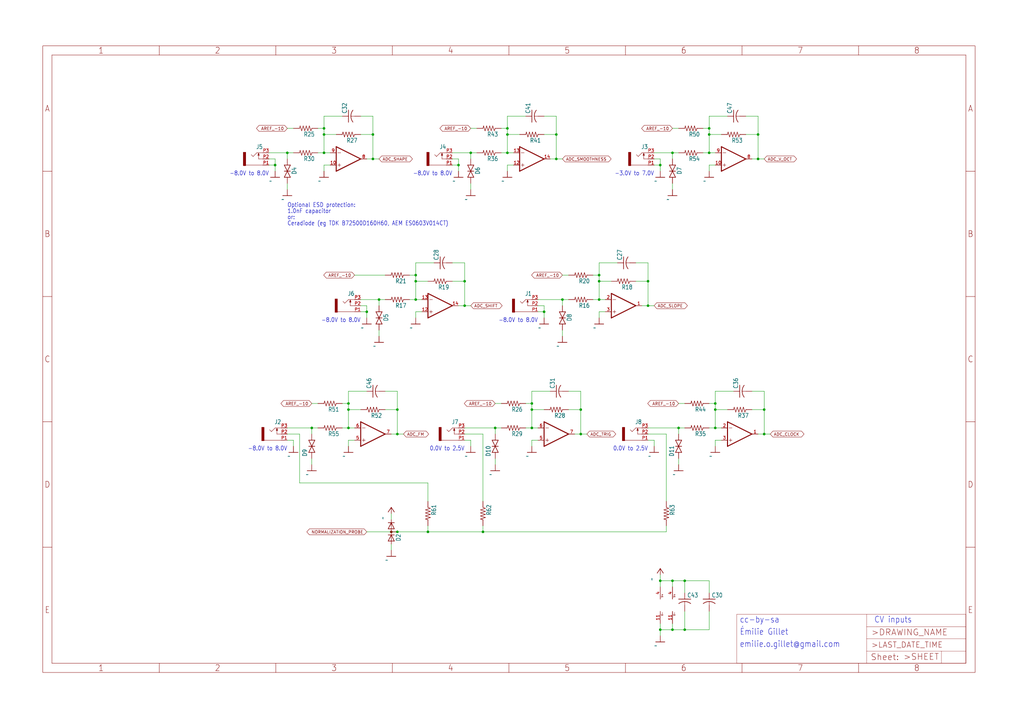
<source format=kicad_sch>
(kicad_sch (version 20211123) (generator eeschema)
  (paper "User" 425.45 299.161)
  (lib_symbols
    (symbol "tides-eagle-import:+3V3_A" (power)
      (property "Value" "+3V3_A" (at -2.54 -5.08 90))
      (symbol "+3V3_A_1_0"
        (polyline (pts (xy 0 0) (xy -1.27 -1.905)) (stroke (width 0.254)))
        (polyline (pts (xy 1.27 -1.905) (xy 0 0)) (stroke (width 0.254)))
        (pin power_in line (at 0 -2.54 90) (length 2.54) (name "+3V3_A") (number "1"))
      )
    )
    (symbol "tides-eagle-import:A3L-LOC"
      (symbol "A3L-LOC_1_0"
        (polyline (pts (xy 0 52.07) (xy 3.81 52.07)))
        (polyline (pts (xy 0 104.14) (xy 3.81 104.14)))
        (polyline (pts (xy 0 156.21) (xy 3.81 156.21)))
        (polyline (pts (xy 0 208.28) (xy 3.81 208.28)))
        (polyline (pts (xy 3.81 3.81) (xy 3.81 256.54)))
        (polyline (pts (xy 48.4188 0) (xy 48.4188 3.81)))
        (polyline (pts (xy 48.4188 256.54) (xy 48.4188 260.35)))
        (polyline (pts (xy 96.8375 0) (xy 96.8375 3.81)))
        (polyline (pts (xy 96.8375 256.54) (xy 96.8375 260.35)))
        (polyline (pts (xy 145.2563 0) (xy 145.2563 3.81)))
        (polyline (pts (xy 145.2563 256.54) (xy 145.2563 260.35)))
        (polyline (pts (xy 193.675 0) (xy 193.675 3.81)))
        (polyline (pts (xy 193.675 256.54) (xy 193.675 260.35)))
        (polyline (pts (xy 242.0938 0) (xy 242.0938 3.81)))
        (polyline (pts (xy 242.0938 256.54) (xy 242.0938 260.35)))
        (polyline (pts (xy 288.29 3.81) (xy 288.29 24.13)) (stroke (width 0.1016)))
        (polyline (pts (xy 288.29 3.81) (xy 342.265 3.81)) (stroke (width 0.1016)))
        (polyline (pts (xy 288.29 24.13) (xy 342.265 24.13)) (stroke (width 0.1016)))
        (polyline (pts (xy 290.5125 0) (xy 290.5125 3.81)))
        (polyline (pts (xy 290.5125 256.54) (xy 290.5125 260.35)))
        (polyline (pts (xy 338.9313 0) (xy 338.9313 3.81)))
        (polyline (pts (xy 338.9313 256.54) (xy 338.9313 260.35)))
        (polyline (pts (xy 342.265 3.81) (xy 373.38 3.81)) (stroke (width 0.1016)))
        (polyline (pts (xy 342.265 8.89) (xy 342.265 3.81)) (stroke (width 0.1016)))
        (polyline (pts (xy 342.265 8.89) (xy 342.265 13.97)) (stroke (width 0.1016)))
        (polyline (pts (xy 342.265 13.97) (xy 342.265 19.05)) (stroke (width 0.1016)))
        (polyline (pts (xy 342.265 13.97) (xy 383.54 13.97)) (stroke (width 0.1016)))
        (polyline (pts (xy 342.265 19.05) (xy 342.265 24.13)) (stroke (width 0.1016)))
        (polyline (pts (xy 342.265 19.05) (xy 383.54 19.05)) (stroke (width 0.1016)))
        (polyline (pts (xy 342.265 24.13) (xy 383.54 24.13)) (stroke (width 0.1016)))
        (polyline (pts (xy 373.38 3.81) (xy 373.38 8.89)) (stroke (width 0.1016)))
        (polyline (pts (xy 373.38 3.81) (xy 383.54 3.81)) (stroke (width 0.1016)))
        (polyline (pts (xy 373.38 8.89) (xy 342.265 8.89)) (stroke (width 0.1016)))
        (polyline (pts (xy 373.38 8.89) (xy 383.54 8.89)) (stroke (width 0.1016)))
        (polyline (pts (xy 383.54 3.81) (xy 3.81 3.81)))
        (polyline (pts (xy 383.54 3.81) (xy 383.54 8.89)) (stroke (width 0.1016)))
        (polyline (pts (xy 383.54 3.81) (xy 383.54 256.54)))
        (polyline (pts (xy 383.54 8.89) (xy 383.54 13.97)) (stroke (width 0.1016)))
        (polyline (pts (xy 383.54 13.97) (xy 383.54 19.05)) (stroke (width 0.1016)))
        (polyline (pts (xy 383.54 19.05) (xy 383.54 24.13)) (stroke (width 0.1016)))
        (polyline (pts (xy 383.54 52.07) (xy 387.35 52.07)))
        (polyline (pts (xy 383.54 104.14) (xy 387.35 104.14)))
        (polyline (pts (xy 383.54 156.21) (xy 387.35 156.21)))
        (polyline (pts (xy 383.54 208.28) (xy 387.35 208.28)))
        (polyline (pts (xy 383.54 256.54) (xy 3.81 256.54)))
        (polyline (pts (xy 0 0) (xy 387.35 0) (xy 387.35 260.35) (xy 0 260.35) (xy 0 0)))
        (text "1" (at 24.2094 1.905 0) (effects (font (size 2.54 2.286))))
        (text "1" (at 24.2094 258.445 0) (effects (font (size 2.54 2.286))))
        (text "2" (at 72.6281 1.905 0) (effects (font (size 2.54 2.286))))
        (text "2" (at 72.6281 258.445 0) (effects (font (size 2.54 2.286))))
        (text "3" (at 121.0469 1.905 0) (effects (font (size 2.54 2.286))))
        (text "3" (at 121.0469 258.445 0) (effects (font (size 2.54 2.286))))
        (text "4" (at 169.4656 1.905 0) (effects (font (size 2.54 2.286))))
        (text "4" (at 169.4656 258.445 0) (effects (font (size 2.54 2.286))))
        (text "5" (at 217.8844 1.905 0) (effects (font (size 2.54 2.286))))
        (text "5" (at 217.8844 258.445 0) (effects (font (size 2.54 2.286))))
        (text "6" (at 266.3031 1.905 0) (effects (font (size 2.54 2.286))))
        (text "6" (at 266.3031 258.445 0) (effects (font (size 2.54 2.286))))
        (text "7" (at 314.7219 1.905 0) (effects (font (size 2.54 2.286))))
        (text "7" (at 314.7219 258.445 0) (effects (font (size 2.54 2.286))))
        (text "8" (at 363.1406 1.905 0) (effects (font (size 2.54 2.286))))
        (text "8" (at 363.1406 258.445 0) (effects (font (size 2.54 2.286))))
        (text ">DRAWING_NAME" (at 344.17 15.24 0) (effects (font (size 2.54 2.54)) (justify left bottom)))
        (text ">LAST_DATE_TIME" (at 344.17 10.16 0) (effects (font (size 2.286 2.286)) (justify left bottom)))
        (text ">SHEET" (at 357.505 5.08 0) (effects (font (size 2.54 2.54)) (justify left bottom)))
        (text "A" (at 1.905 234.315 0) (effects (font (size 2.54 2.286))))
        (text "A" (at 385.445 234.315 0) (effects (font (size 2.54 2.286))))
        (text "B" (at 1.905 182.245 0) (effects (font (size 2.54 2.286))))
        (text "B" (at 385.445 182.245 0) (effects (font (size 2.54 2.286))))
        (text "C" (at 1.905 130.175 0) (effects (font (size 2.54 2.286))))
        (text "C" (at 385.445 130.175 0) (effects (font (size 2.54 2.286))))
        (text "D" (at 1.905 78.105 0) (effects (font (size 2.54 2.286))))
        (text "D" (at 385.445 78.105 0) (effects (font (size 2.54 2.286))))
        (text "E" (at 1.905 26.035 0) (effects (font (size 2.54 2.286))))
        (text "E" (at 385.445 26.035 0) (effects (font (size 2.54 2.286))))
        (text "Sheet:" (at 343.916 4.953 0) (effects (font (size 2.54 2.54)) (justify left bottom)))
      )
    )
    (symbol "tides-eagle-import:C-USC0402"
      (property "Reference" "C" (at 1.016 0.635 0))
      (property "Value" "C-USC0402" (at 1.016 -4.191 0))
      (symbol "C-USC0402_1_0"
        (arc (start 0 -1.0161) (mid -1.302 -1.2303) (end -2.4668 -1.8504) (stroke (width 0.254)))
        (polyline (pts (xy -2.54 0) (xy 2.54 0)) (stroke (width 0.254)))
        (polyline (pts (xy 0 -1.016) (xy 0 -2.54)) (stroke (width 0.1524)))
        (arc (start 2.4892 -1.8542) (mid 1.3158 -1.2195) (end 0 -1) (stroke (width 0.254)))
        (pin passive line (at 0 2.54 270) (length 2.54) (name "1") (number "1"))
        (pin passive line (at 0 -5.08 90) (length 2.54) (name "2") (number "2"))
      )
    )
    (symbol "tides-eagle-import:DIODE_2CACA-SOT23"
      (property "Reference" "D" (at 0.762 2.0066 0))
      (property "Value" "DIODE_2CACA-SOT23" (at -4.826 -3.4544 0))
      (symbol "DIODE_2CACA-SOT23_1_0"
        (polyline (pts (xy -3.81 -1.27) (xy -3.81 0)) (stroke (width 0.254)))
        (polyline (pts (xy -3.81 0) (xy -3.81 1.27)) (stroke (width 0.254)))
        (polyline (pts (xy -3.81 0) (xy -1.27 -1.27)) (stroke (width 0.254)))
        (polyline (pts (xy -3.81 0) (xy 1.27 0)) (stroke (width 0.1524)))
        (polyline (pts (xy -2.54 0) (xy -3.81 0)) (stroke (width 0.1524)))
        (polyline (pts (xy -1.27 -1.27) (xy -1.27 1.27)) (stroke (width 0.254)))
        (polyline (pts (xy -1.27 1.27) (xy -3.81 0)) (stroke (width 0.254)))
        (polyline (pts (xy 1.27 -1.27) (xy 1.27 0)) (stroke (width 0.254)))
        (polyline (pts (xy 1.27 0) (xy 1.27 1.27)) (stroke (width 0.254)))
        (polyline (pts (xy 1.27 0) (xy 3.81 -1.27)) (stroke (width 0.254)))
        (polyline (pts (xy 2.54 0) (xy 1.27 0)) (stroke (width 0.1524)))
        (polyline (pts (xy 3.81 -1.27) (xy 3.81 1.27)) (stroke (width 0.254)))
        (polyline (pts (xy 3.81 1.27) (xy 1.27 0)) (stroke (width 0.254)))
        (circle (center 0 0) (radius 0.127) (stroke (width 0.4064)))
        (pin passive line (at 5.08 0 180) (length 2.54) (name "A") (number "1"))
        (pin passive line (at -5.08 0 0) (length 2.54) (name "C") (number "2"))
        (pin passive line (at 0 2.54 270) (length 2.54) (name "AC") (number "3"))
      )
    )
    (symbol "tides-eagle-import:GND" (power)
      (property "Value" "GND" (at -2.54 -2.54 0))
      (symbol "GND_1_0"
        (polyline (pts (xy -1.905 0) (xy 1.905 0)) (stroke (width 0.254)))
        (pin power_in line (at 0 2.54 270) (length 2.54) (name "GND") (number "1"))
      )
    )
    (symbol "tides-eagle-import:PJ301_THONKICONN6"
      (property "Reference" "J" (at -2.54 4.064 0))
      (symbol "PJ301_THONKICONN6_1_0"
        (polyline (pts (xy -2.54 -2.54) (xy 4.572 -2.54)) (stroke (width 0.1524)))
        (polyline (pts (xy -2.54 0) (xy -0.762 0)) (stroke (width 0.1524)))
        (polyline (pts (xy -2.54 2.54) (xy 0 2.54)) (stroke (width 0.1524)))
        (polyline (pts (xy -1.016 1.524) (xy -0.508 1.524)) (stroke (width 0.254)))
        (polyline (pts (xy -0.762 0) (xy -0.762 2.286)) (stroke (width 0.1524)))
        (polyline (pts (xy -0.762 2.286) (xy -1.016 1.524)) (stroke (width 0.254)))
        (polyline (pts (xy -0.508 1.524) (xy -0.762 2.286)) (stroke (width 0.254)))
        (polyline (pts (xy 0 2.54) (xy 1.524 1.016)) (stroke (width 0.1524)))
        (polyline (pts (xy 1.524 1.016) (xy 2.286 1.778)) (stroke (width 0.1524)))
        (rectangle (start 4.572 2.794) (end 5.588 -2.794) (fill (type outline)))
        (pin passive line (at -5.08 -2.54 0) (length 2.54) (name "1") (number "P1"))
        (pin passive line (at -5.08 0 0) (length 2.54) (name "2") (number "P2"))
        (pin passive line (at -5.08 2.54 0) (length 2.54) (name "3") (number "P3"))
      )
    )
    (symbol "tides-eagle-import:R-US_R0402"
      (property "Reference" "R" (at -3.81 1.4986 0))
      (property "Value" "R-US_R0402" (at -3.81 -3.302 0))
      (symbol "R-US_R0402_1_0"
        (polyline (pts (xy -2.54 0) (xy -2.159 1.016)) (stroke (width 0.2032)))
        (polyline (pts (xy -2.159 1.016) (xy -1.524 -1.016)) (stroke (width 0.2032)))
        (polyline (pts (xy -1.524 -1.016) (xy -0.889 1.016)) (stroke (width 0.2032)))
        (polyline (pts (xy -0.889 1.016) (xy -0.254 -1.016)) (stroke (width 0.2032)))
        (polyline (pts (xy -0.254 -1.016) (xy 0.381 1.016)) (stroke (width 0.2032)))
        (polyline (pts (xy 0.381 1.016) (xy 1.016 -1.016)) (stroke (width 0.2032)))
        (polyline (pts (xy 1.016 -1.016) (xy 1.651 1.016)) (stroke (width 0.2032)))
        (polyline (pts (xy 1.651 1.016) (xy 2.286 -1.016)) (stroke (width 0.2032)))
        (polyline (pts (xy 2.286 -1.016) (xy 2.54 0)) (stroke (width 0.2032)))
        (pin passive line (at -5.08 0 0) (length 2.54) (name "1") (number "1"))
        (pin passive line (at 5.08 0 180) (length 2.54) (name "2") (number "2"))
      )
    )
    (symbol "tides-eagle-import:TL074PW"
      (symbol "TL074PW_1_0"
        (polyline (pts (xy -5.08 -5.08) (xy 5.08 0)) (stroke (width 0.4064)))
        (polyline (pts (xy -5.08 5.08) (xy -5.08 -5.08)) (stroke (width 0.4064)))
        (polyline (pts (xy -4.445 -2.54) (xy -3.175 -2.54)) (stroke (width 0.1524)))
        (polyline (pts (xy -4.445 2.54) (xy -3.175 2.54)) (stroke (width 0.1524)))
        (polyline (pts (xy -3.81 3.175) (xy -3.81 1.905)) (stroke (width 0.1524)))
        (polyline (pts (xy 5.08 0) (xy -5.08 5.08)) (stroke (width 0.4064)))
        (pin output line (at 7.62 0 180) (length 2.54) (name "OUT") (number "1"))
        (pin input line (at -7.62 -2.54 0) (length 2.54) (name "-IN") (number "2"))
        (pin input line (at -7.62 2.54 0) (length 2.54) (name "+IN") (number "3"))
      )
      (symbol "TL074PW_2_0"
        (polyline (pts (xy -5.08 -5.08) (xy 5.08 0)) (stroke (width 0.4064)))
        (polyline (pts (xy -5.08 5.08) (xy -5.08 -5.08)) (stroke (width 0.4064)))
        (polyline (pts (xy -4.445 -2.54) (xy -3.175 -2.54)) (stroke (width 0.1524)))
        (polyline (pts (xy -4.445 2.54) (xy -3.175 2.54)) (stroke (width 0.1524)))
        (polyline (pts (xy -3.81 3.175) (xy -3.81 1.905)) (stroke (width 0.1524)))
        (polyline (pts (xy 5.08 0) (xy -5.08 5.08)) (stroke (width 0.4064)))
        (pin input line (at -7.62 2.54 0) (length 2.54) (name "+IN") (number "5"))
        (pin input line (at -7.62 -2.54 0) (length 2.54) (name "-IN") (number "6"))
        (pin output line (at 7.62 0 180) (length 2.54) (name "OUT") (number "7"))
      )
      (symbol "TL074PW_3_0"
        (polyline (pts (xy -5.08 -5.08) (xy 5.08 0)) (stroke (width 0.4064)))
        (polyline (pts (xy -5.08 5.08) (xy -5.08 -5.08)) (stroke (width 0.4064)))
        (polyline (pts (xy -4.445 -2.54) (xy -3.175 -2.54)) (stroke (width 0.1524)))
        (polyline (pts (xy -4.445 2.54) (xy -3.175 2.54)) (stroke (width 0.1524)))
        (polyline (pts (xy -3.81 3.175) (xy -3.81 1.905)) (stroke (width 0.1524)))
        (polyline (pts (xy 5.08 0) (xy -5.08 5.08)) (stroke (width 0.4064)))
        (pin input line (at -7.62 2.54 0) (length 2.54) (name "+IN") (number "10"))
        (pin output line (at 7.62 0 180) (length 2.54) (name "OUT") (number "8"))
        (pin input line (at -7.62 -2.54 0) (length 2.54) (name "-IN") (number "9"))
      )
      (symbol "TL074PW_4_0"
        (polyline (pts (xy -5.08 -5.08) (xy 5.08 0)) (stroke (width 0.4064)))
        (polyline (pts (xy -5.08 5.08) (xy -5.08 -5.08)) (stroke (width 0.4064)))
        (polyline (pts (xy -4.445 -2.54) (xy -3.175 -2.54)) (stroke (width 0.1524)))
        (polyline (pts (xy -4.445 2.54) (xy -3.175 2.54)) (stroke (width 0.1524)))
        (polyline (pts (xy -3.81 3.175) (xy -3.81 1.905)) (stroke (width 0.1524)))
        (polyline (pts (xy 5.08 0) (xy -5.08 5.08)) (stroke (width 0.4064)))
        (pin input line (at -7.62 2.54 0) (length 2.54) (name "+IN") (number "12"))
        (pin input line (at -7.62 -2.54 0) (length 2.54) (name "-IN") (number "13"))
        (pin output line (at 7.62 0 180) (length 2.54) (name "OUT") (number "14"))
      )
      (symbol "TL074PW_5_0"
        (text "V+" (at 1.27 3.175 900) (effects (font (size 0.8128 0.6908)) (justify left bottom)))
        (text "V-" (at 1.27 -4.445 900) (effects (font (size 0.8128 0.6908)) (justify left bottom)))
        (pin power_in line (at 0 -7.62 90) (length 5.08) (name "V-") (number "11"))
        (pin power_in line (at 0 7.62 270) (length 5.08) (name "V+") (number "4"))
      )
    )
    (symbol "tides-eagle-import:TVS"
      (property "Reference" "D" (at -4.318 1.905 0))
      (property "Value" "TVS" (at -4.318 -3.429 0))
      (symbol "TVS_1_0"
        (polyline (pts (xy -2.54 -1.27) (xy 0 0)) (stroke (width 0.254)))
        (polyline (pts (xy -2.54 1.27) (xy -2.54 -1.27)) (stroke (width 0.254)))
        (polyline (pts (xy 0 0) (xy -2.54 1.27)) (stroke (width 0.254)))
        (polyline (pts (xy 0 0) (xy 2.54 -1.27)) (stroke (width 0.254)))
        (polyline (pts (xy 0 1.27) (xy 0 -1.27)) (stroke (width 0.254)))
        (polyline (pts (xy 2.54 -1.27) (xy 2.54 1.27)) (stroke (width 0.254)))
        (polyline (pts (xy 2.54 1.27) (xy 0 0)) (stroke (width 0.254)))
        (pin passive line (at -5.08 0 0) (length 2.54) (name "A") (number "1"))
        (pin passive line (at 5.08 0 180) (length 2.54) (name "C") (number "2"))
      )
    )
  )
  (junction (at 177.8 220.98))
  (junction (at 317.5 180.34))
  (junction (at 193.04 127))
  (junction (at 195.58 63.5))
  (junction (at 294.64 63.5))
  (junction (at 144.78 177.8))
  (junction (at 248.92 116.84))
  (junction (at 119.38 63.5))
  (junction (at 129.54 177.8))
  (junction (at 154.94 55.88))
  (junction (at 165.1 170.18))
  (junction (at 134.62 53.34))
  (junction (at 248.92 124.46))
  (junction (at 297.18 177.8))
  (junction (at 274.32 68.58))
  (junction (at 165.1 220.98))
  (junction (at 220.98 170.18))
  (junction (at 210.82 63.5))
  (junction (at 157.48 124.46))
  (junction (at 314.96 55.88))
  (junction (at 172.72 116.84))
  (junction (at 165.1 180.34))
  (junction (at 284.48 261.62))
  (junction (at 226.06 129.54))
  (junction (at 248.92 114.3))
  (junction (at 231.14 66.04))
  (junction (at 231.14 55.88))
  (junction (at 294.64 55.88))
  (junction (at 279.4 63.5))
  (junction (at 172.72 114.3))
  (junction (at 233.68 124.46))
  (junction (at 172.72 124.46))
  (junction (at 317.5 170.18))
  (junction (at 279.4 261.62))
  (junction (at 144.78 167.64))
  (junction (at 134.62 63.5))
  (junction (at 134.62 55.88))
  (junction (at 241.3 180.34))
  (junction (at 294.64 53.34))
  (junction (at 200.66 220.98))
  (junction (at 281.94 177.8))
  (junction (at 190.5 68.58))
  (junction (at 193.04 116.84))
  (junction (at 220.98 167.64))
  (junction (at 314.96 66.04))
  (junction (at 241.3 170.18))
  (junction (at 220.98 177.8))
  (junction (at 210.82 55.88))
  (junction (at 205.74 177.8))
  (junction (at 154.94 66.04))
  (junction (at 114.3 68.58))
  (junction (at 279.4 241.3))
  (junction (at 297.18 167.64))
  (junction (at 269.24 127))
  (junction (at 269.24 116.84))
  (junction (at 144.78 170.18))
  (junction (at 210.82 53.34))
  (junction (at 284.48 241.3))
  (junction (at 274.32 241.3))
  (junction (at 152.4 129.54))
  (junction (at 297.18 170.18))
  (junction (at 274.32 261.62))
  (wire (pts (xy 241.3 170.18) (xy 241.3 180.34)))
  (wire (pts (xy 187.96 63.5) (xy 195.58 63.5)))
  (wire (pts (xy 231.14 48.26) (xy 231.14 55.88)))
  (wire (pts (xy 223.52 127) (xy 226.06 127)))
  (wire (pts (xy 269.24 127) (xy 271.78 127)))
  (wire (pts (xy 165.1 170.18) (xy 165.1 180.34)))
  (wire (pts (xy 297.18 177.8) (xy 299.72 177.8)))
  (wire (pts (xy 314.96 66.04) (xy 312.42 66.04)))
  (wire (pts (xy 154.94 66.04) (xy 157.48 66.04)))
  (wire (pts (xy 149.86 129.54) (xy 152.4 129.54)))
  (wire (pts (xy 114.3 66.04) (xy 114.3 68.58)))
  (wire (pts (xy 309.88 48.26) (xy 314.96 48.26)))
  (wire (pts (xy 274.32 241.3) (xy 279.4 241.3)))
  (wire (pts (xy 233.68 124.46) (xy 236.22 124.46)))
  (wire (pts (xy 218.44 177.8) (xy 220.98 177.8)))
  (wire (pts (xy 264.16 116.84) (xy 269.24 116.84)))
  (wire (pts (xy 284.48 177.8) (xy 281.94 177.8)))
  (wire (pts (xy 190.5 68.58) (xy 190.5 71.12)))
  (wire (pts (xy 142.24 48.26) (xy 134.62 48.26)))
  (wire (pts (xy 256.54 109.22) (xy 248.92 109.22)))
  (wire (pts (xy 317.5 180.34) (xy 314.96 180.34)))
  (wire (pts (xy 170.18 124.46) (xy 172.72 124.46)))
  (wire (pts (xy 154.94 55.88) (xy 154.94 66.04)))
  (wire (pts (xy 248.92 124.46) (xy 251.46 124.46)))
  (wire (pts (xy 210.82 53.34) (xy 210.82 55.88)))
  (wire (pts (xy 302.26 48.26) (xy 294.64 48.26)))
  (wire (pts (xy 213.36 68.58) (xy 210.82 68.58)))
  (wire (pts (xy 193.04 109.22) (xy 193.04 116.84)))
  (wire (pts (xy 177.8 218.44) (xy 177.8 220.98)))
  (wire (pts (xy 119.38 63.5) (xy 121.92 63.5)))
  (wire (pts (xy 254 116.84) (xy 248.92 116.84)))
  (wire (pts (xy 149.86 48.26) (xy 154.94 48.26)))
  (wire (pts (xy 281.94 190.5) (xy 281.94 193.04)))
  (wire (pts (xy 187.96 109.22) (xy 193.04 109.22)))
  (wire (pts (xy 246.38 124.46) (xy 248.92 124.46)))
  (wire (pts (xy 231.14 55.88) (xy 231.14 66.04)))
  (wire (pts (xy 142.24 167.64) (xy 144.78 167.64)))
  (wire (pts (xy 297.18 170.18) (xy 297.18 177.8)))
  (wire (pts (xy 147.32 182.88) (xy 144.78 182.88)))
  (wire (pts (xy 134.62 55.88) (xy 134.62 63.5)))
  (wire (pts (xy 200.66 220.98) (xy 177.8 220.98)))
  (wire (pts (xy 274.32 243.84) (xy 274.32 241.3)))
  (wire (pts (xy 154.94 66.04) (xy 152.4 66.04)))
  (wire (pts (xy 160.02 170.18) (xy 165.1 170.18)))
  (wire (pts (xy 152.4 129.54) (xy 152.4 132.08)))
  (wire (pts (xy 274.32 68.58) (xy 274.32 71.12)))
  (wire (pts (xy 271.78 66.04) (xy 274.32 66.04)))
  (wire (pts (xy 314.96 48.26) (xy 314.96 55.88)))
  (wire (pts (xy 299.72 182.88) (xy 297.18 182.88)))
  (wire (pts (xy 274.32 66.04) (xy 274.32 68.58)))
  (wire (pts (xy 297.18 162.56) (xy 297.18 167.64)))
  (wire (pts (xy 165.1 220.98) (xy 177.8 220.98)))
  (wire (pts (xy 157.48 137.16) (xy 157.48 139.7)))
  (wire (pts (xy 279.4 243.84) (xy 279.4 241.3)))
  (wire (pts (xy 193.04 116.84) (xy 193.04 127)))
  (wire (pts (xy 193.04 127) (xy 195.58 127)))
  (wire (pts (xy 177.8 200.66) (xy 177.8 208.28)))
  (wire (pts (xy 264.16 109.22) (xy 269.24 109.22)))
  (wire (pts (xy 124.46 200.66) (xy 124.46 180.34)))
  (wire (pts (xy 193.04 127) (xy 190.5 127)))
  (wire (pts (xy 134.62 48.26) (xy 134.62 53.34)))
  (wire (pts (xy 121.92 53.34) (xy 119.38 53.34)))
  (wire (pts (xy 312.42 170.18) (xy 317.5 170.18)))
  (wire (pts (xy 208.28 53.34) (xy 210.82 53.34)))
  (wire (pts (xy 279.4 259.08) (xy 279.4 261.62)))
  (wire (pts (xy 269.24 182.88) (xy 271.78 182.88)))
  (wire (pts (xy 279.4 76.2) (xy 279.4 78.74)))
  (wire (pts (xy 170.18 114.3) (xy 172.72 114.3)))
  (wire (pts (xy 187.96 116.84) (xy 193.04 116.84)))
  (wire (pts (xy 144.78 182.88) (xy 144.78 185.42)))
  (wire (pts (xy 271.78 68.58) (xy 274.32 68.58)))
  (wire (pts (xy 274.32 261.62) (xy 274.32 264.16)))
  (wire (pts (xy 205.74 190.5) (xy 205.74 193.04)))
  (wire (pts (xy 284.48 241.3) (xy 294.64 241.3)))
  (wire (pts (xy 119.38 180.34) (xy 124.46 180.34)))
  (wire (pts (xy 226.06 129.54) (xy 226.06 132.08)))
  (wire (pts (xy 195.58 182.88) (xy 195.58 185.42)))
  (wire (pts (xy 172.72 114.3) (xy 172.72 116.84)))
  (wire (pts (xy 144.78 162.56) (xy 144.78 167.64)))
  (wire (pts (xy 162.56 215.9) (xy 162.56 213.36)))
  (wire (pts (xy 276.86 180.34) (xy 276.86 208.28)))
  (wire (pts (xy 149.86 170.18) (xy 144.78 170.18)))
  (wire (pts (xy 160.02 114.3) (xy 147.32 114.3)))
  (wire (pts (xy 119.38 182.88) (xy 121.92 182.88)))
  (wire (pts (xy 111.76 66.04) (xy 114.3 66.04)))
  (wire (pts (xy 317.5 170.18) (xy 317.5 180.34)))
  (wire (pts (xy 294.64 68.58) (xy 294.64 71.12)))
  (wire (pts (xy 314.96 55.88) (xy 314.96 66.04)))
  (wire (pts (xy 205.74 177.8) (xy 208.28 177.8)))
  (wire (pts (xy 236.22 114.3) (xy 233.68 114.3)))
  (wire (pts (xy 114.3 68.58) (xy 114.3 71.12)))
  (wire (pts (xy 172.72 124.46) (xy 175.26 124.46)))
  (wire (pts (xy 279.4 63.5) (xy 281.94 63.5)))
  (wire (pts (xy 142.24 177.8) (xy 144.78 177.8)))
  (wire (pts (xy 165.1 180.34) (xy 162.56 180.34)))
  (wire (pts (xy 200.66 220.98) (xy 276.86 220.98)))
  (wire (pts (xy 218.44 48.26) (xy 210.82 48.26)))
  (wire (pts (xy 132.08 167.64) (xy 129.54 167.64)))
  (wire (pts (xy 195.58 76.2) (xy 195.58 78.74)))
  (wire (pts (xy 276.86 220.98) (xy 276.86 218.44)))
  (wire (pts (xy 297.18 182.88) (xy 297.18 185.42)))
  (wire (pts (xy 279.4 261.62) (xy 284.48 261.62)))
  (wire (pts (xy 231.14 66.04) (xy 228.6 66.04)))
  (wire (pts (xy 233.68 124.46) (xy 233.68 127)))
  (wire (pts (xy 292.1 53.34) (xy 294.64 53.34)))
  (wire (pts (xy 294.64 48.26) (xy 294.64 53.34)))
  (wire (pts (xy 294.64 167.64) (xy 297.18 167.64)))
  (wire (pts (xy 149.86 55.88) (xy 154.94 55.88)))
  (wire (pts (xy 312.42 162.56) (xy 317.5 162.56)))
  (wire (pts (xy 137.16 68.58) (xy 134.62 68.58)))
  (wire (pts (xy 269.24 116.84) (xy 269.24 127)))
  (wire (pts (xy 226.06 127) (xy 226.06 129.54)))
  (wire (pts (xy 208.28 167.64) (xy 205.74 167.64)))
  (wire (pts (xy 220.98 177.8) (xy 223.52 177.8)))
  (wire (pts (xy 144.78 167.64) (xy 144.78 170.18)))
  (wire (pts (xy 152.4 127) (xy 152.4 129.54)))
  (wire (pts (xy 269.24 109.22) (xy 269.24 116.84)))
  (wire (pts (xy 248.92 109.22) (xy 248.92 114.3)))
  (wire (pts (xy 198.12 53.34) (xy 195.58 53.34)))
  (wire (pts (xy 149.86 127) (xy 152.4 127)))
  (wire (pts (xy 251.46 129.54) (xy 248.92 129.54)))
  (wire (pts (xy 180.34 109.22) (xy 172.72 109.22)))
  (wire (pts (xy 297.18 167.64) (xy 297.18 170.18)))
  (wire (pts (xy 111.76 68.58) (xy 114.3 68.58)))
  (wire (pts (xy 172.72 116.84) (xy 172.72 124.46)))
  (wire (pts (xy 271.78 63.5) (xy 279.4 63.5)))
  (wire (pts (xy 223.52 182.88) (xy 220.98 182.88)))
  (wire (pts (xy 210.82 63.5) (xy 213.36 63.5)))
  (wire (pts (xy 129.54 180.34) (xy 129.54 177.8)))
  (wire (pts (xy 218.44 167.64) (xy 220.98 167.64)))
  (wire (pts (xy 172.72 129.54) (xy 172.72 132.08)))
  (wire (pts (xy 144.78 170.18) (xy 144.78 177.8)))
  (wire (pts (xy 279.4 241.3) (xy 284.48 241.3)))
  (wire (pts (xy 134.62 68.58) (xy 134.62 71.12)))
  (wire (pts (xy 119.38 66.04) (xy 119.38 63.5)))
  (wire (pts (xy 111.76 63.5) (xy 119.38 63.5)))
  (wire (pts (xy 177.8 116.84) (xy 172.72 116.84)))
  (wire (pts (xy 208.28 63.5) (xy 210.82 63.5)))
  (wire (pts (xy 294.64 53.34) (xy 294.64 55.88)))
  (wire (pts (xy 248.92 114.3) (xy 248.92 116.84)))
  (wire (pts (xy 220.98 170.18) (xy 220.98 177.8)))
  (wire (pts (xy 226.06 48.26) (xy 231.14 48.26)))
  (wire (pts (xy 134.62 63.5) (xy 137.16 63.5)))
  (wire (pts (xy 195.58 66.04) (xy 195.58 63.5)))
  (wire (pts (xy 297.18 68.58) (xy 294.64 68.58)))
  (wire (pts (xy 241.3 180.34) (xy 243.84 180.34)))
  (wire (pts (xy 228.6 162.56) (xy 220.98 162.56)))
  (wire (pts (xy 281.94 53.34) (xy 279.4 53.34)))
  (wire (pts (xy 193.04 180.34) (xy 200.66 180.34)))
  (wire (pts (xy 220.98 182.88) (xy 220.98 185.42)))
  (wire (pts (xy 294.64 63.5) (xy 297.18 63.5)))
  (wire (pts (xy 314.96 66.04) (xy 317.5 66.04)))
  (wire (pts (xy 248.92 116.84) (xy 248.92 124.46)))
  (wire (pts (xy 172.72 109.22) (xy 172.72 114.3)))
  (wire (pts (xy 231.14 66.04) (xy 233.68 66.04)))
  (wire (pts (xy 274.32 261.62) (xy 279.4 261.62)))
  (wire (pts (xy 175.26 129.54) (xy 172.72 129.54)))
  (wire (pts (xy 223.52 129.54) (xy 226.06 129.54)))
  (wire (pts (xy 236.22 170.18) (xy 241.3 170.18)))
  (wire (pts (xy 241.3 162.56) (xy 241.3 170.18)))
  (wire (pts (xy 157.48 124.46) (xy 160.02 124.46)))
  (wire (pts (xy 205.74 180.34) (xy 205.74 177.8)))
  (wire (pts (xy 190.5 66.04) (xy 190.5 68.58)))
  (wire (pts (xy 165.1 220.98) (xy 152.4 220.98)))
  (wire (pts (xy 269.24 177.8) (xy 281.94 177.8)))
  (wire (pts (xy 162.56 226.06) (xy 162.56 228.6)))
  (wire (pts (xy 193.04 182.88) (xy 195.58 182.88)))
  (wire (pts (xy 226.06 170.18) (xy 220.98 170.18)))
  (wire (pts (xy 124.46 200.66) (xy 177.8 200.66)))
  (wire (pts (xy 200.66 218.44) (xy 200.66 220.98)))
  (wire (pts (xy 129.54 177.8) (xy 132.08 177.8)))
  (wire (pts (xy 304.8 162.56) (xy 297.18 162.56)))
  (wire (pts (xy 132.08 53.34) (xy 134.62 53.34)))
  (wire (pts (xy 271.78 182.88) (xy 271.78 185.42)))
  (wire (pts (xy 187.96 68.58) (xy 190.5 68.58)))
  (wire (pts (xy 266.7 127) (xy 269.24 127)))
  (wire (pts (xy 294.64 261.62) (xy 294.64 254)))
  (wire (pts (xy 309.88 55.88) (xy 314.96 55.88)))
  (wire (pts (xy 200.66 180.34) (xy 200.66 208.28)))
  (wire (pts (xy 119.38 177.8) (xy 129.54 177.8)))
  (wire (pts (xy 132.08 63.5) (xy 134.62 63.5)))
  (wire (pts (xy 233.68 137.16) (xy 233.68 139.7)))
  (wire (pts (xy 119.38 76.2) (xy 119.38 78.74)))
  (wire (pts (xy 134.62 53.34) (xy 134.62 55.88)))
  (wire (pts (xy 220.98 162.56) (xy 220.98 167.64)))
  (wire (pts (xy 187.96 66.04) (xy 190.5 66.04)))
  (wire (pts (xy 236.22 162.56) (xy 241.3 162.56)))
  (wire (pts (xy 121.92 182.88) (xy 121.92 185.42)))
  (wire (pts (xy 139.7 55.88) (xy 134.62 55.88)))
  (wire (pts (xy 246.38 114.3) (xy 248.92 114.3)))
  (wire (pts (xy 294.64 55.88) (xy 294.64 63.5)))
  (wire (pts (xy 274.32 259.08) (xy 274.32 261.62)))
  (wire (pts (xy 284.48 241.3) (xy 284.48 246.38)))
  (wire (pts (xy 294.64 177.8) (xy 297.18 177.8)))
  (wire (pts (xy 165.1 162.56) (xy 165.1 170.18)))
  (wire (pts (xy 160.02 162.56) (xy 165.1 162.56)))
  (wire (pts (xy 144.78 177.8) (xy 147.32 177.8)))
  (wire (pts (xy 317.5 162.56) (xy 317.5 170.18)))
  (wire (pts (xy 299.72 55.88) (xy 294.64 55.88)))
  (wire (pts (xy 269.24 180.34) (xy 276.86 180.34)))
  (wire (pts (xy 281.94 177.8) (xy 281.94 180.34)))
  (wire (pts (xy 157.48 124.46) (xy 157.48 127)))
  (wire (pts (xy 279.4 66.04) (xy 279.4 63.5)))
  (wire (pts (xy 248.92 129.54) (xy 248.92 132.08)))
  (wire (pts (xy 241.3 180.34) (xy 238.76 180.34)))
  (wire (pts (xy 274.32 241.3) (xy 274.32 238.76)))
  (wire (pts (xy 294.64 241.3) (xy 294.64 246.38)))
  (wire (pts (xy 226.06 55.88) (xy 231.14 55.88)))
  (wire (pts (xy 220.98 167.64) (xy 220.98 170.18)))
  (wire (pts (xy 149.86 124.46) (xy 157.48 124.46)))
  (wire (pts (xy 210.82 55.88) (xy 210.82 63.5)))
  (wire (pts (xy 292.1 63.5) (xy 294.64 63.5)))
  (wire (pts (xy 317.5 180.34) (xy 320.04 180.34)))
  (wire (pts (xy 210.82 48.26) (xy 210.82 53.34)))
  (wire (pts (xy 193.04 177.8) (xy 205.74 177.8)))
  (wire (pts (xy 284.48 261.62) (xy 294.64 261.62)))
  (wire (pts (xy 284.48 261.62) (xy 284.48 254)))
  (wire (pts (xy 129.54 190.5) (xy 129.54 193.04)))
  (wire (pts (xy 154.94 48.26) (xy 154.94 55.88)))
  (wire (pts (xy 284.48 167.64) (xy 281.94 167.64)))
  (wire (pts (xy 210.82 68.58) (xy 210.82 71.12)))
  (wire (pts (xy 165.1 180.34) (xy 167.64 180.34)))
  (wire (pts (xy 215.9 55.88) (xy 210.82 55.88)))
  (wire (pts (xy 223.52 124.46) (xy 233.68 124.46)))
  (wire (pts (xy 152.4 162.56) (xy 144.78 162.56)))
  (wire (pts (xy 302.26 170.18) (xy 297.18 170.18)))
  (wire (pts (xy 195.58 63.5) (xy 198.12 63.5)))
  (text "-8.0V to 8.0V" (at 119.38 185.42 180) (effects (font (size 1.778 1.5113)) (justify right top)))
  (text "or:" (at 119.38 91.44 180) (effects (font (size 1.778 1.5113)) (justify left bottom)))
  (text "1.0nF capacitor" (at 119.38 88.9 180) (effects (font (size 1.778 1.5113)) (justify left bottom)))
  (text "-8.0V to 8.0V" (at 223.52 132.08 180) (effects (font (size 1.778 1.5113)) (justify right top)))
  (text "-3.0V to 7.0V" (at 271.78 71.12 180) (effects (font (size 1.778 1.5113)) (justify right top)))
  (text "0.0V to 2.5V" (at 269.24 185.42 180) (effects (font (size 1.778 1.5113)) (justify right top)))
  (text "Optional ESD protection:" (at 119.38 86.36 180) (effects (font (size 1.778 1.5113)) (justify left bottom)))
  (text "emilie.o.gillet@gmail.com" (at 307.34 269.24 180) (effects (font (size 2.54 2.159)) (justify left bottom)))
  (text "Ceradiode (eg TDK B72500D160H60, AEM ES0603V014CT)" (at 119.38 93.98 180) (effects (font (size 1.778 1.5113)) (justify left bottom)))
  (text "-8.0V to 8.0V" (at 187.96 71.12 180) (effects (font (size 1.778 1.5113)) (justify right top)))
  (text "-8.0V to 8.0V" (at 111.76 71.12 180) (effects (font (size 1.778 1.5113)) (justify right top)))
  (text "Émilie Gillet" (at 307.34 264.16 180) (effects (font (size 2.54 2.159)) (justify left bottom)))
  (text "0.0V to 2.5V" (at 193.04 185.42 180) (effects (font (size 1.778 1.5113)) (justify right top)))
  (text "CV inputs" (at 363.22 259.08 180) (effects (font (size 2.54 2.159)) (justify left bottom)))
  (text "-8.0V to 8.0V" (at 149.86 132.08 180) (effects (font (size 1.778 1.5113)) (justify right top)))
  (text "cc-by-sa" (at 307.34 259.08 180) (effects (font (size 2.54 2.159)) (justify left bottom)))
  (global_label "AREF_-10" (shape bidirectional) (at 147.32 114.3 180) (effects (font (size 1.2446 1.2446))) (property "Intersheet References" "${INTERSHEET_REFS}" (effects hide)))
  (global_label "ADC_CLOCK" (shape bidirectional) (at 320.04 180.34 0) (effects (font (size 1.2446 1.2446))) (property "Intersheet References" "${INTERSHEET_REFS}" (effects hide)))
  (global_label "ADC_V_OCT" (shape bidirectional) (at 317.5 66.04 0) (effects (font (size 1.2446 1.2446))) (property "Intersheet References" "${INTERSHEET_REFS}" (effects hide)))
  (global_label "AREF_-10" (shape bidirectional) (at 195.58 53.34 180) (effects (font (size 1.2446 1.2446))) (property "Intersheet References" "${INTERSHEET_REFS}" (effects hide)))
  (global_label "AREF_-10" (shape bidirectional) (at 119.38 53.34 180) (effects (font (size 1.2446 1.2446))) (property "Intersheet References" "${INTERSHEET_REFS}" (effects hide)))
  (global_label "AREF_-10" (shape bidirectional) (at 233.68 114.3 180) (effects (font (size 1.2446 1.2446))) (property "Intersheet References" "${INTERSHEET_REFS}" (effects hide)))
  (global_label "ADC_SLOPE" (shape bidirectional) (at 271.78 127 0) (effects (font (size 1.2446 1.2446))) (property "Intersheet References" "${INTERSHEET_REFS}" (effects hide)))
  (global_label "AREF_-10" (shape bidirectional) (at 281.94 167.64 180) (effects (font (size 1.2446 1.2446))) (property "Intersheet References" "${INTERSHEET_REFS}" (effects hide)))
  (global_label "ADC_FM" (shape bidirectional) (at 167.64 180.34 0) (effects (font (size 1.2446 1.2446))) (property "Intersheet References" "${INTERSHEET_REFS}" (effects hide)))
  (global_label "NORMALIZATION_PROBE" (shape bidirectional) (at 152.4 220.98 180) (effects (font (size 1.2446 1.2446))) (property "Intersheet References" "${INTERSHEET_REFS}" (effects hide)))
  (global_label "AREF_-10" (shape bidirectional) (at 129.54 167.64 180) (effects (font (size 1.2446 1.2446))) (property "Intersheet References" "${INTERSHEET_REFS}" (effects hide)))
  (global_label "ADC_SHAPE" (shape bidirectional) (at 157.48 66.04 0) (effects (font (size 1.2446 1.2446))) (property "Intersheet References" "${INTERSHEET_REFS}" (effects hide)))
  (global_label "ADC_TRIG" (shape bidirectional) (at 243.84 180.34 0) (effects (font (size 1.2446 1.2446))) (property "Intersheet References" "${INTERSHEET_REFS}" (effects hide)))
  (global_label "AREF_-10" (shape bidirectional) (at 279.4 53.34 180) (effects (font (size 1.2446 1.2446))) (property "Intersheet References" "${INTERSHEET_REFS}" (effects hide)))
  (global_label "AREF_-10" (shape bidirectional) (at 205.74 167.64 180) (effects (font (size 1.2446 1.2446))) (property "Intersheet References" "${INTERSHEET_REFS}" (effects hide)))
  (global_label "ADC_SMOOTHNESS" (shape bidirectional) (at 233.68 66.04 0) (effects (font (size 1.2446 1.2446))) (property "Intersheet References" "${INTERSHEET_REFS}" (effects hide)))
  (global_label "ADC_SHIFT" (shape bidirectional) (at 195.58 127 0) (effects (font (size 1.2446 1.2446))) (property "Intersheet References" "${INTERSHEET_REFS}" (effects hide)))
  (symbol (lib_id "tides-eagle-import:R-US_R0402") (at 231.14 170.18 180) (unit 1)
    (property "Reference" "R28" (at 234.95 171.6786 0) (effects (font (size 1.778 1.5113)) (justify left bottom)))
  )
  (symbol (lib_id "tides-eagle-import:GND") (at 297.18 187.96 0) (unit 1)
    (property "Reference" "#GND37" (effects hide))
  )
  (symbol (lib_id "tides-eagle-import:GND") (at 195.58 81.28 0) (unit 1)
    (property "Reference" "#GND41" (effects hide))
  )
  (symbol (lib_id "tides-eagle-import:R-US_R0402") (at 200.66 213.36 270) (unit 1)
    (property "Reference" "R62" (at 202.1586 209.55 0) (effects (font (size 1.778 1.5113)) (justify left bottom)))
  )
  (symbol (lib_id "tides-eagle-import:TL074PW") (at 307.34 180.34 0) (mirror x) (unit 1)
    (property "Reference" "IC7" (effects hide))
  )
  (symbol (lib_id "tides-eagle-import:R-US_R0402") (at 220.98 55.88 180) (unit 1)
    (property "Reference" "R41" (at 224.79 57.3786 0) (effects (font (size 1.778 1.5113)) (justify left bottom)))
  )
  (symbol (lib_id "tides-eagle-import:GND") (at 119.38 81.28 0) (unit 1)
    (property "Reference" "#GND17" (effects hide))
  )
  (symbol (lib_id "tides-eagle-import:R-US_R0402") (at 165.1 114.3 180) (unit 1)
    (property "Reference" "R21" (at 168.91 115.7986 0) (effects (font (size 1.778 1.5113)) (justify left bottom)))
  )
  (symbol (lib_id "tides-eagle-import:R-US_R0402") (at 137.16 177.8 180) (unit 1)
    (property "Reference" "R55" (at 140.97 179.2986 0) (effects (font (size 1.778 1.5113)) (justify left bottom)))
  )
  (symbol (lib_id "tides-eagle-import:TVS") (at 157.48 132.08 90) (unit 1)
    (property "Reference" "D5" (at 159.385 130.302 0) (effects (font (size 1.778 1.5113)) (justify right top)))
  )
  (symbol (lib_id "tides-eagle-import:PJ301_THONKICONN6") (at 114.3 180.34 0) (mirror y) (unit 1)
    (property "Reference" "J2" (at 116.84 176.276 0) (effects (font (size 1.778 1.5113)) (justify left bottom)))
  )
  (symbol (lib_id "tides-eagle-import:TL074PW") (at 259.08 127 0) (mirror x) (unit 1)
    (property "Reference" "IC6" (effects hide))
  )
  (symbol (lib_id "tides-eagle-import:R-US_R0402") (at 287.02 63.5 180) (unit 1)
    (property "Reference" "R54" (at 290.83 64.9986 0) (effects (font (size 1.778 1.5113)) (justify left bottom)))
  )
  (symbol (lib_id "tides-eagle-import:C-USC0402") (at 259.08 109.22 90) (unit 1)
    (property "Reference" "C27" (at 258.445 108.204 0) (effects (font (size 1.778 1.5113)) (justify left bottom)))
  )
  (symbol (lib_id "tides-eagle-import:GND") (at 233.68 142.24 0) (unit 1)
    (property "Reference" "#GND80" (effects hide))
  )
  (symbol (lib_id "tides-eagle-import:R-US_R0402") (at 137.16 167.64 180) (unit 1)
    (property "Reference" "R51" (at 140.97 169.1386 0) (effects (font (size 1.778 1.5113)) (justify left bottom)))
  )
  (symbol (lib_id "tides-eagle-import:TL074PW") (at 154.94 180.34 0) (mirror x) (unit 2)
    (property "Reference" "IC7" (effects hide))
  )
  (symbol (lib_id "tides-eagle-import:R-US_R0402") (at 287.02 53.34 180) (unit 1)
    (property "Reference" "R50" (at 290.83 54.8386 0) (effects (font (size 1.778 1.5113)) (justify left bottom)))
  )
  (symbol (lib_id "tides-eagle-import:TL074PW") (at 304.8 66.04 0) (mirror x) (unit 3)
    (property "Reference" "IC7" (effects hide))
  )
  (symbol (lib_id "tides-eagle-import:GND") (at 205.74 195.58 0) (unit 1)
    (property "Reference" "#GND76" (effects hide))
  )
  (symbol (lib_id "tides-eagle-import:PJ301_THONKICONN6") (at 106.68 66.04 0) (mirror y) (unit 1)
    (property "Reference" "J5" (at 109.22 61.976 0) (effects (font (size 1.778 1.5113)) (justify left bottom)))
  )
  (symbol (lib_id "tides-eagle-import:GND") (at 195.58 187.96 0) (unit 1)
    (property "Reference" "#GND15" (effects hide))
  )
  (symbol (lib_id "tides-eagle-import:C-USC0402") (at 284.48 248.92 0) (unit 1)
    (property "Reference" "C43" (at 285.496 248.285 0) (effects (font (size 1.778 1.5113)) (justify left bottom)))
  )
  (symbol (lib_id "tides-eagle-import:PJ301_THONKICONN6") (at 187.96 180.34 0) (mirror y) (unit 1)
    (property "Reference" "J7" (at 190.5 176.276 0) (effects (font (size 1.778 1.5113)) (justify left bottom)))
  )
  (symbol (lib_id "tides-eagle-import:R-US_R0402") (at 154.94 170.18 180) (unit 1)
    (property "Reference" "R52" (at 158.75 171.6786 0) (effects (font (size 1.778 1.5113)) (justify left bottom)))
  )
  (symbol (lib_id "tides-eagle-import:GND") (at 274.32 266.7 0) (unit 1)
    (property "Reference" "#GND84" (effects hide))
  )
  (symbol (lib_id "tides-eagle-import:GND") (at 279.4 81.28 0) (unit 1)
    (property "Reference" "#GND74" (effects hide))
  )
  (symbol (lib_id "tides-eagle-import:PJ301_THONKICONN6") (at 266.7 66.04 0) (mirror y) (unit 1)
    (property "Reference" "J3" (at 269.24 61.976 0) (effects (font (size 1.778 1.5113)) (justify left bottom)))
  )
  (symbol (lib_id "tides-eagle-import:TL074PW") (at 182.88 127 0) (mirror x) (unit 4)
    (property "Reference" "IC6" (effects hide))
  )
  (symbol (lib_id "tides-eagle-import:C-USC0402") (at 144.78 48.26 90) (unit 1)
    (property "Reference" "C32" (at 144.145 47.244 0) (effects (font (size 1.778 1.5113)) (justify left bottom)))
  )
  (symbol (lib_id "tides-eagle-import:GND") (at 134.62 73.66 0) (unit 1)
    (property "Reference" "#GND35" (effects hide))
  )
  (symbol (lib_id "tides-eagle-import:PJ301_THONKICONN6") (at 264.16 180.34 0) (mirror y) (unit 1)
    (property "Reference" "J8" (at 266.7 176.276 0) (effects (font (size 1.778 1.5113)) (justify left bottom)))
  )
  (symbol (lib_id "tides-eagle-import:R-US_R0402") (at 304.8 55.88 180) (unit 1)
    (property "Reference" "R53" (at 308.61 57.3786 0) (effects (font (size 1.778 1.5113)) (justify left bottom)))
  )
  (symbol (lib_id "tides-eagle-import:TVS") (at 119.38 71.12 90) (unit 1)
    (property "Reference" "D4" (at 121.285 69.342 0) (effects (font (size 1.778 1.5113)) (justify right top)))
  )
  (symbol (lib_id "tides-eagle-import:GND") (at 162.56 231.14 0) (unit 1)
    (property "Reference" "#GND83" (effects hide))
  )
  (symbol (lib_id "tides-eagle-import:TVS") (at 205.74 185.42 90) (unit 1)
    (property "Reference" "D10" (at 203.835 189.738 0) (effects (font (size 1.778 1.5113)) (justify left bottom)))
  )
  (symbol (lib_id "tides-eagle-import:R-US_R0402") (at 276.86 213.36 270) (unit 1)
    (property "Reference" "R63" (at 278.3586 209.55 0) (effects (font (size 1.778 1.5113)) (justify left bottom)))
  )
  (symbol (lib_id "tides-eagle-import:C-USC0402") (at 294.64 248.92 0) (unit 1)
    (property "Reference" "C30" (at 295.656 248.285 0) (effects (font (size 1.778 1.5113)) (justify left bottom)))
  )
  (symbol (lib_id "tides-eagle-import:GND") (at 226.06 134.62 0) (unit 1)
    (property "Reference" "#GND34" (effects hide))
  )
  (symbol (lib_id "tides-eagle-import:TVS") (at 195.58 71.12 90) (unit 1)
    (property "Reference" "D6" (at 197.485 69.342 0) (effects (font (size 1.778 1.5113)) (justify right top)))
  )
  (symbol (lib_id "tides-eagle-import:R-US_R0402") (at 289.56 177.8 180) (unit 1)
    (property "Reference" "R35" (at 293.37 179.2986 0) (effects (font (size 1.778 1.5113)) (justify left bottom)))
  )
  (symbol (lib_id "tides-eagle-import:TVS") (at 281.94 185.42 90) (unit 1)
    (property "Reference" "D11" (at 280.035 189.738 0) (effects (font (size 1.778 1.5113)) (justify left bottom)))
  )
  (symbol (lib_id "tides-eagle-import:GND") (at 157.48 142.24 0) (unit 1)
    (property "Reference" "#GND78" (effects hide))
  )
  (symbol (lib_id "tides-eagle-import:R-US_R0402") (at 144.78 55.88 180) (unit 1)
    (property "Reference" "R27" (at 148.59 57.3786 0) (effects (font (size 1.778 1.5113)) (justify left bottom)))
  )
  (symbol (lib_id "tides-eagle-import:C-USC0402") (at 154.94 162.56 90) (unit 1)
    (property "Reference" "C46" (at 154.305 161.544 0) (effects (font (size 1.778 1.5113)) (justify left bottom)))
  )
  (symbol (lib_id "tides-eagle-import:TL074PW") (at 279.4 251.46 0) (unit 5)
    (property "Reference" "IC7" (effects hide))
  )
  (symbol (lib_id "tides-eagle-import:C-USC0402") (at 307.34 162.56 90) (unit 1)
    (property "Reference" "C36" (at 306.705 161.544 0) (effects (font (size 1.778 1.5113)) (justify left bottom)))
  )
  (symbol (lib_id "tides-eagle-import:R-US_R0402") (at 259.08 116.84 180) (unit 1)
    (property "Reference" "R18" (at 262.89 118.3386 0) (effects (font (size 1.778 1.5113)) (justify left bottom)))
  )
  (symbol (lib_id "tides-eagle-import:GND") (at 114.3 73.66 0) (unit 1)
    (property "Reference" "#GND38" (effects hide))
  )
  (symbol (lib_id "tides-eagle-import:GND") (at 281.94 195.58 0) (unit 1)
    (property "Reference" "#GND77" (effects hide))
  )
  (symbol (lib_id "tides-eagle-import:R-US_R0402") (at 241.3 114.3 180) (unit 1)
    (property "Reference" "R20" (at 245.11 115.7986 0) (effects (font (size 1.778 1.5113)) (justify left bottom)))
  )
  (symbol (lib_id "tides-eagle-import:GND") (at 129.54 195.58 0) (unit 1)
    (property "Reference" "#GND75" (effects hide))
  )
  (symbol (lib_id "tides-eagle-import:TL074PW") (at 144.78 66.04 0) (mirror x) (unit 3)
    (property "Reference" "IC6" (effects hide))
  )
  (symbol (lib_id "tides-eagle-import:R-US_R0402") (at 213.36 177.8 180) (unit 1)
    (property "Reference" "R29" (at 217.17 179.2986 0) (effects (font (size 1.778 1.5113)) (justify left bottom)))
  )
  (symbol (lib_id "tides-eagle-import:TVS") (at 129.54 185.42 90) (unit 1)
    (property "Reference" "D9" (at 127.635 189.738 0) (effects (font (size 1.778 1.5113)) (justify left bottom)))
  )
  (symbol (lib_id "tides-eagle-import:C-USC0402") (at 231.14 162.56 90) (unit 1)
    (property "Reference" "C31" (at 230.505 161.544 0) (effects (font (size 1.778 1.5113)) (justify left bottom)))
  )
  (symbol (lib_id "tides-eagle-import:GND") (at 294.64 73.66 0) (unit 1)
    (property "Reference" "#GND29" (effects hide))
  )
  (symbol (lib_id "tides-eagle-import:R-US_R0402") (at 165.1 124.46 180) (unit 1)
    (property "Reference" "R17" (at 168.91 125.9586 0) (effects (font (size 1.778 1.5113)) (justify left bottom)))
  )
  (symbol (lib_id "tides-eagle-import:TL074PW") (at 274.32 251.46 0) (unit 5)
    (property "Reference" "IC6" (effects hide))
  )
  (symbol (lib_id "tides-eagle-import:PJ301_THONKICONN6") (at 218.44 127 0) (mirror y) (unit 1)
    (property "Reference" "J1" (at 220.98 122.936 0) (effects (font (size 1.778 1.5113)) (justify left bottom)))
  )
  (symbol (lib_id "tides-eagle-import:A3L-LOC") (at 17.78 279.4 0) (unit 1)
    (property "Reference" "#FRAME5" (effects hide))
  )
  (symbol (lib_id "tides-eagle-import:DIODE_2CACA-SOT23") (at 162.56 220.98 270) (unit 1)
    (property "Reference" "D2" (at 164.5666 221.742 0) (effects (font (size 1.778 1.5113)) (justify left bottom)))
  )
  (symbol (lib_id "tides-eagle-import:R-US_R0402") (at 127 53.34 180) (unit 1)
    (property "Reference" "R25" (at 130.81 54.8386 0) (effects (font (size 1.778 1.5113)) (justify left bottom)))
  )
  (symbol (lib_id "tides-eagle-import:R-US_R0402") (at 307.34 170.18 180) (unit 1)
    (property "Reference" "R37" (at 311.15 171.6786 0) (effects (font (size 1.778 1.5113)) (justify left bottom)))
  )
  (symbol (lib_id "tides-eagle-import:GND") (at 144.78 187.96 0) (unit 1)
    (property "Reference" "#GND31" (effects hide))
  )
  (symbol (lib_id "tides-eagle-import:PJ301_THONKICONN6") (at 144.78 127 0) (mirror y) (unit 1)
    (property "Reference" "J6" (at 147.32 122.936 0) (effects (font (size 1.778 1.5113)) (justify left bottom)))
  )
  (symbol (lib_id "tides-eagle-import:R-US_R0402") (at 213.36 167.64 180) (unit 1)
    (property "Reference" "R26" (at 217.17 169.1386 0) (effects (font (size 1.778 1.5113)) (justify left bottom)))
  )
  (symbol (lib_id "tides-eagle-import:GND") (at 210.82 73.66 0) (unit 1)
    (property "Reference" "#GND40" (effects hide))
  )
  (symbol (lib_id "tides-eagle-import:GND") (at 220.98 187.96 0) (unit 1)
    (property "Reference" "#GND33" (effects hide))
  )
  (symbol (lib_id "tides-eagle-import:GND") (at 172.72 134.62 0) (unit 1)
    (property "Reference" "#GND26" (effects hide))
  )
  (symbol (lib_id "tides-eagle-import:TVS") (at 233.68 132.08 90) (unit 1)
    (property "Reference" "D8" (at 235.585 130.302 0) (effects (font (size 1.778 1.5113)) (justify right top)))
  )
  (symbol (lib_id "tides-eagle-import:R-US_R0402") (at 182.88 116.84 180) (unit 1)
    (property "Reference" "R19" (at 186.69 118.3386 0) (effects (font (size 1.778 1.5113)) (justify left bottom)))
  )
  (symbol (lib_id "tides-eagle-import:TVS") (at 279.4 71.12 90) (unit 1)
    (property "Reference" "D7" (at 281.305 69.342 0) (effects (font (size 1.778 1.5113)) (justify right top)))
  )
  (symbol (lib_id "tides-eagle-import:TL074PW") (at 231.14 180.34 0) (mirror x) (unit 2)
    (property "Reference" "IC6" (effects hide))
  )
  (symbol (lib_id "tides-eagle-import:C-USC0402") (at 182.88 109.22 90) (unit 1)
    (property "Reference" "C28" (at 182.245 108.204 0) (effects (font (size 1.778 1.5113)) (justify left bottom)))
  )
  (symbol (lib_id "tides-eagle-import:GND") (at 121.92 187.96 0) (unit 1)
    (property "Reference" "#GND36" (effects hide))
  )
  (symbol (lib_id "tides-eagle-import:+3V3_A") (at 274.32 236.22 0) (unit 1)
    (property "Reference" "#+3V18" (effects hide))
  )
  (symbol (lib_id "tides-eagle-import:C-USC0402") (at 220.98 48.26 90) (unit 1)
    (property "Reference" "C41" (at 220.345 47.244 0) (effects (font (size 1.778 1.5113)) (justify left bottom)))
  )
  (symbol (lib_id "tides-eagle-import:GND") (at 274.32 73.66 0) (unit 1)
    (property "Reference" "#GND32" (effects hide))
  )
  (symbol (lib_id "tides-eagle-import:R-US_R0402") (at 289.56 167.64 180) (unit 1)
    (property "Reference" "R44" (at 293.37 169.1386 0) (effects (font (size 1.778 1.5113)) (justify left bottom)))
  )
  (symbol (lib_id "tides-eagle-import:R-US_R0402") (at 241.3 124.46 180) (unit 1)
    (property "Reference" "R16" (at 245.11 125.9586 0) (effects (font (size 1.778 1.5113)) (justify left bottom)))
  )
  (symbol (lib_id "tides-eagle-import:R-US_R0402") (at 203.2 63.5 180) (unit 1)
    (property "Reference" "R36" (at 207.01 64.9986 0) (effects (font (size 1.778 1.5113)) (justify left bottom)))
  )
  (symbol (lib_id "tides-eagle-import:GND") (at 248.92 134.62 0) (unit 1)
    (property "Reference" "#GND14" (effects hide))
  )
  (symbol (lib_id "tides-eagle-import:R-US_R0402") (at 203.2 53.34 180) (unit 1)
    (property "Reference" "R43" (at 207.01 54.8386 0) (effects (font (size 1.778 1.5113)) (justify left bottom)))
  )
  (symbol (lib_id "tides-eagle-import:GND") (at 152.4 134.62 0) (unit 1)
    (property "Reference" "#GND28" (effects hide))
  )
  (symbol (lib_id "tides-eagle-import:+3V3_A") (at 162.56 210.82 0) (unit 1)
    (property "Reference" "#+3V21" (effects hide))
  )
  (symbol (lib_id "tides-eagle-import:TL074PW") (at 220.98 66.04 0) (mirror x) (unit 4)
    (property "Reference" "IC7" (effects hide))
  )
  (symbol (lib_id "tides-eagle-import:R-US_R0402") (at 177.8 213.36 270) (unit 1)
    (property "Reference" "R61" (at 179.2986 209.55 0) (effects (font (size 1.778 1.5113)) (justify left bottom)))
  )
  (symbol (lib_id "tides-eagle-import:C-USC0402") (at 304.8 48.26 90) (unit 1)
    (property "Reference" "C47" (at 304.165 47.244 0) (effects (font (size 1.778 1.5113)) (justify left bottom)))
  )
  (symbol (lib_id "tides-eagle-import:R-US_R0402") (at 127 63.5 180) (unit 1)
    (property "Reference" "R30" (at 130.81 64.9986 0) (effects (font (size 1.778 1.5113)) (justify left bottom)))
  )
  (symbol (lib_id "tides-eagle-import:PJ301_THONKICONN6") (at 182.88 66.04 0) (mirror y) (unit 1)
    (property "Reference" "J4" (at 185.42 61.976 0) (effects (font (size 1.778 1.5113)) (justify left bottom)))
  )
  (symbol (lib_id "tides-eagle-import:GND") (at 271.78 187.96 0) (unit 1)
    (property "Reference" "#GND51" (effects hide))
  )
  (symbol (lib_id "tides-eagle-import:GND") (at 190.5 73.66 0) (unit 1)
    (property "Reference" "#GND30" (effects hide))
  )
)
</source>
